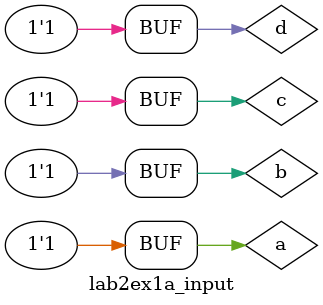
<source format=v>
`timescale 1ns/1ns
`include "lab2ex1a.v"

module lab2ex1a_input();
reg a,b,c,d;
wire f1,f2;
lab2ex1a uut(a,b,c,d,f1,f2);
initial begin

	$dumpfile("lab2ex1a_input.vcd");
	$dumpvars(0, lab2ex1a_input);
	a=0;b=0;c=0;d=0;
	#20;
	a=0;b=0;c=0;d=1;
	#20;
	a=0;b=0;c=1;d=0;
	#20;
	a=0;b=0;c=1;d=1;
	#20;
	a=0;b=1;c=0;d=0;
	#20;
	a=0;b=1;c=0;d=1;
	#20;
	a=0;b=1;c=1;d=0;
	#20;
	a=0;b=1;c=1;d=1;
	#20;
	a=1;b=0;c=0;d=0;
	#20;
	a=1;b=0;c=0;d=1;
	#20;
	a=1;b=0;c=1;d=0;
	#20;
	a=1;b=0;c=1;d=1;
	#20;
	a=1;b=1;c=0;d=0;
	#20;
	a=1;b=1;c=0;d=1;
	#20;
	a=1;b=1;c=1;d=0;
	#20;
	a=1;b=1;c=1;d=1;
	#20;
	$display("Test Complete");
end
endmodule
</source>
